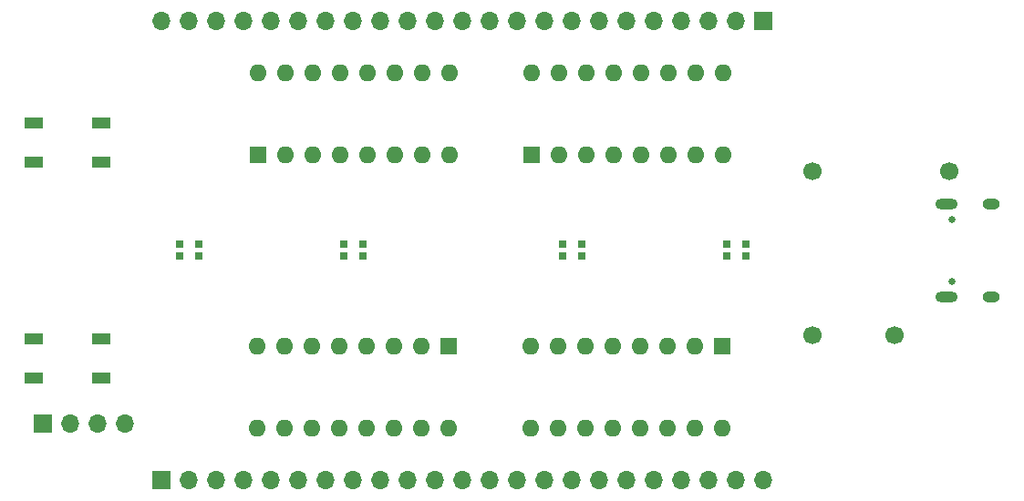
<source format=gbr>
%TF.GenerationSoftware,KiCad,Pcbnew,7.0.5*%
%TF.CreationDate,2023-07-04T20:42:27-04:00*%
%TF.ProjectId,Nixie Clock,4e697869-6520-4436-9c6f-636b2e6b6963,rev?*%
%TF.SameCoordinates,Original*%
%TF.FileFunction,Soldermask,Top*%
%TF.FilePolarity,Negative*%
%FSLAX46Y46*%
G04 Gerber Fmt 4.6, Leading zero omitted, Abs format (unit mm)*
G04 Created by KiCad (PCBNEW 7.0.5) date 2023-07-04 20:42:27*
%MOMM*%
%LPD*%
G01*
G04 APERTURE LIST*
%ADD10R,1.600000X1.600000*%
%ADD11O,1.600000X1.600000*%
%ADD12C,1.700000*%
%ADD13R,0.700000X0.700000*%
%ADD14R,1.700000X1.700000*%
%ADD15O,1.700000X1.700000*%
%ADD16R,1.800000X1.100000*%
%ADD17C,0.650000*%
%ADD18O,1.600000X1.000000*%
%ADD19O,2.100000X1.000000*%
G04 APERTURE END LIST*
D10*
%TO.C,U3*%
X176515000Y-92720000D03*
D11*
X173975000Y-92720000D03*
X171435000Y-92720000D03*
X168895000Y-92720000D03*
X166355000Y-92720000D03*
X163815000Y-92720000D03*
X161275000Y-92720000D03*
X158735000Y-92720000D03*
X158735000Y-100340000D03*
X161275000Y-100340000D03*
X163815000Y-100340000D03*
X166355000Y-100340000D03*
X168895000Y-100340000D03*
X171435000Y-100340000D03*
X173975000Y-100340000D03*
X176515000Y-100340000D03*
%TD*%
D12*
%TO.C,U7*%
X210312000Y-91694000D03*
X210312000Y-76454000D03*
X223012000Y-76454000D03*
X217932000Y-91694000D03*
%TD*%
D13*
%TO.C,D5*%
X204115000Y-84370000D03*
X204115000Y-83270000D03*
X202285000Y-83270000D03*
X202285000Y-84370000D03*
%TD*%
D10*
%TO.C,U2*%
X184165000Y-74920000D03*
D11*
X186705000Y-74920000D03*
X189245000Y-74920000D03*
X191785000Y-74920000D03*
X194325000Y-74920000D03*
X196865000Y-74920000D03*
X199405000Y-74920000D03*
X201945000Y-74920000D03*
X201945000Y-67300000D03*
X199405000Y-67300000D03*
X196865000Y-67300000D03*
X194325000Y-67300000D03*
X191785000Y-67300000D03*
X189245000Y-67300000D03*
X186705000Y-67300000D03*
X184165000Y-67300000D03*
%TD*%
D14*
%TO.C,J2*%
X138811000Y-99949000D03*
D15*
X141351000Y-99949000D03*
X143891000Y-99949000D03*
X146431000Y-99949000D03*
%TD*%
D10*
%TO.C,U4*%
X201915000Y-92720000D03*
D11*
X199375000Y-92720000D03*
X196835000Y-92720000D03*
X194295000Y-92720000D03*
X191755000Y-92720000D03*
X189215000Y-92720000D03*
X186675000Y-92720000D03*
X184135000Y-92720000D03*
X184135000Y-100340000D03*
X186675000Y-100340000D03*
X189215000Y-100340000D03*
X191755000Y-100340000D03*
X194295000Y-100340000D03*
X196835000Y-100340000D03*
X199375000Y-100340000D03*
X201915000Y-100340000D03*
%TD*%
D14*
%TO.C,J4*%
X149860000Y-105156000D03*
D15*
X152400000Y-105156000D03*
X154940000Y-105156000D03*
X157480000Y-105156000D03*
X160020000Y-105156000D03*
X162560000Y-105156000D03*
X165100000Y-105156000D03*
X167640000Y-105156000D03*
X170180000Y-105156000D03*
X172720000Y-105156000D03*
X175260000Y-105156000D03*
X177800000Y-105156000D03*
X180340000Y-105156000D03*
X182880000Y-105156000D03*
X185420000Y-105156000D03*
X187960000Y-105156000D03*
X190500000Y-105156000D03*
X193040000Y-105156000D03*
X195580000Y-105156000D03*
X198120000Y-105156000D03*
X200660000Y-105156000D03*
X203200000Y-105156000D03*
X205740000Y-105156000D03*
%TD*%
D14*
%TO.C,J3*%
X205740000Y-62484000D03*
D15*
X203200000Y-62484000D03*
X200660000Y-62484000D03*
X198120000Y-62484000D03*
X195580000Y-62484000D03*
X193040000Y-62484000D03*
X190500000Y-62484000D03*
X187960000Y-62484000D03*
X185420000Y-62484000D03*
X182880000Y-62484000D03*
X180340000Y-62484000D03*
X177800000Y-62484000D03*
X175260000Y-62484000D03*
X172720000Y-62484000D03*
X170180000Y-62484000D03*
X167640000Y-62484000D03*
X165100000Y-62484000D03*
X162560000Y-62484000D03*
X160020000Y-62484000D03*
X157480000Y-62484000D03*
X154940000Y-62484000D03*
X152400000Y-62484000D03*
X149860000Y-62484000D03*
%TD*%
D16*
%TO.C,SW1*%
X144197000Y-75637000D03*
X137997000Y-75637000D03*
X144197000Y-71937000D03*
X137997000Y-71937000D03*
%TD*%
D13*
%TO.C,D4*%
X188875000Y-84370000D03*
X188875000Y-83270000D03*
X187045000Y-83270000D03*
X187045000Y-84370000D03*
%TD*%
D16*
%TO.C,SW2*%
X137997000Y-92003000D03*
X144197000Y-92003000D03*
X137997000Y-95703000D03*
X144197000Y-95703000D03*
%TD*%
D13*
%TO.C,D3*%
X168555000Y-84370000D03*
X168555000Y-83270000D03*
X166725000Y-83270000D03*
X166725000Y-84370000D03*
%TD*%
D10*
%TO.C,U1*%
X158765000Y-74920000D03*
D11*
X161305000Y-74920000D03*
X163845000Y-74920000D03*
X166385000Y-74920000D03*
X168925000Y-74920000D03*
X171465000Y-74920000D03*
X174005000Y-74920000D03*
X176545000Y-74920000D03*
X176545000Y-67300000D03*
X174005000Y-67300000D03*
X171465000Y-67300000D03*
X168925000Y-67300000D03*
X166385000Y-67300000D03*
X163845000Y-67300000D03*
X161305000Y-67300000D03*
X158765000Y-67300000D03*
%TD*%
D13*
%TO.C,D2*%
X153315000Y-84370000D03*
X153315000Y-83270000D03*
X151485000Y-83270000D03*
X151485000Y-84370000D03*
%TD*%
D17*
%TO.C,J1*%
X223206000Y-80930000D03*
X223206000Y-86710000D03*
D18*
X226856000Y-79500000D03*
D19*
X222676000Y-79500000D03*
D18*
X226856000Y-88140000D03*
D19*
X222676000Y-88140000D03*
%TD*%
M02*

</source>
